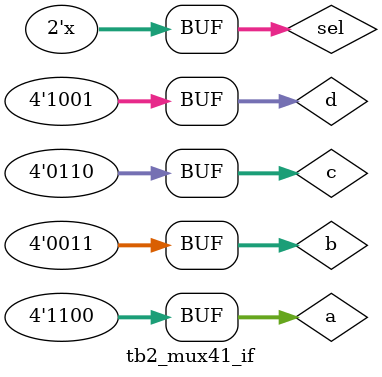
<source format=v>
`timescale 1ns / 1ps


module tb2_mux41_if;

	// Inputs
	reg [1:0] sel;
	reg [3:0] a;
	reg [3:0] b;
	reg [3:0] c;
	reg [3:0] d;

	// Outputs
	wire [3:0] y;

	// Instantiate the Unit Under Test (UUT)
	mux41_if uut (
		.sel(sel), 
		.a(a), 
		.b(b), 
		.c(c), 
		.d(d), 
		.y(y)
	);

	initial begin
		// Initialize Inputs
		a = 4'b0001;
		b = 4'b0010;
		c = 4'b0100;
		d = 4'b1000;
		#100
		a = 4'b1100;
		b = 4'b0011;
		c = 4'b0110;
		d = 4'b1001;
		end
		
		initial sel = 2'b00;
		always #20 sel = sel +1; 
        
      
endmodule


</source>
